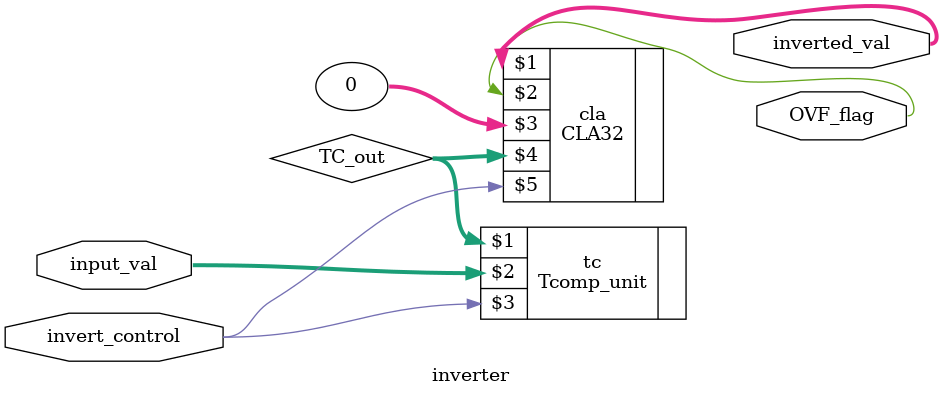
<source format=v>
module inverter(
    output [31:0] inverted_val,
    output OVF_flag,
    input [31:0] input_val,
    input invert_control
);

//wires
wire [31:0] TC_out;

//input vall through tc unit
Tcomp_unit tc(TC_out, input_val, invert_control);

CLA32 cla(inverted_val, OVF_flag, 32'b0, TC_out, invert_control); //input A always zero

endmodule
</source>
